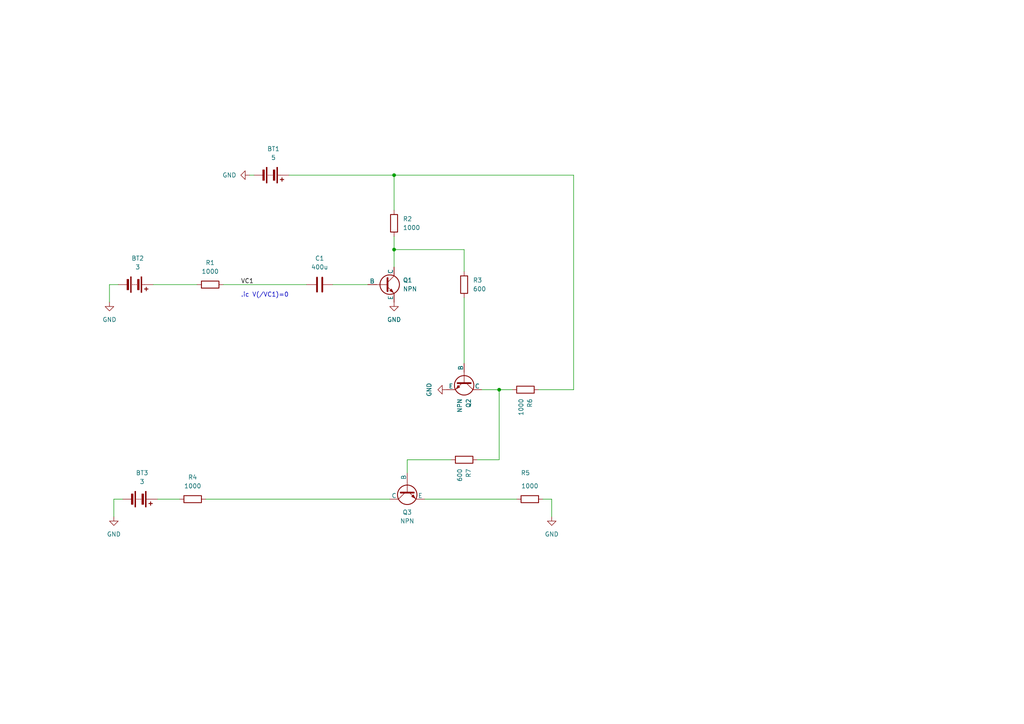
<source format=kicad_sch>
(kicad_sch (version 20230121) (generator eeschema)
  (paper "A4")
  (lib_symbols
    (symbol "Device:Battery" (pin_numbers hide) (pin_names (offset 0) hide)
      (property "Reference" "BT" (at 2.54 2.54 0))
      (property "Value" "Battery" (at 2.54 0 0))
      (symbol "Battery_0_1"
        (rectangle (start -2.286 -1.27) (end 2.286 -1.524) (fill (type outline)))
        (rectangle (start -2.286 1.778) (end 2.286 1.524) (fill (type outline)))
        (rectangle (start -1.524 -2.032) (end 1.524 -2.54) (fill (type outline)))
        (rectangle (start -1.524 1.016) (end 1.524 0.508) (fill (type outline)))
        (polyline (pts (xy 0 -1.016) (xy 0 -0.762)))
        (polyline (pts (xy 0 -0.508) (xy 0 -0.254)))
        (polyline (pts (xy 0 0) (xy 0 0.254)))
        (polyline (pts (xy 0 1.778) (xy 0 2.54)))
        (polyline (pts (xy 0.762 3.048) (xy 1.778 3.048)) (stroke (width 0.254)))
        (polyline (pts (xy 1.27 3.556) (xy 1.27 2.54)) (stroke (width 0.254)))
      )
      (symbol "Battery_1_1"
        (pin passive line (at 0 5.08 270) (length 2.54) (name "+") (number "1"))
        (pin passive line (at 0 -5.08 90) (length 2.54) (name "-") (number "2"))
      )
    )
    (symbol "Device:C" (pin_numbers hide) (pin_names (offset 0.254))
      (property "Reference" "C" (at 0.635 2.54 0))
      (property "Value" "C" (at 0.635 -2.54 0))
      (symbol "C_0_1"
        (polyline (pts (xy -2.032 -0.762) (xy 2.032 -0.762)) (stroke (width 0.508)))
        (polyline (pts (xy -2.032 0.762) (xy 2.032 0.762)) (stroke (width 0.508)))
      )
      (symbol "C_1_1"
        (pin passive line (at 0 3.81 270) (length 2.794) (name "~") (number "1"))
        (pin passive line (at 0 -3.81 90) (length 2.794) (name "~") (number "2"))
      )
    )
    (symbol "Device:R" (pin_numbers hide) (pin_names (offset 0))
      (property "Reference" "R" (at 2.032 0 90))
      (property "Value" "R" (at 0 0 90))
      (symbol "R_0_1"
        (rectangle (start -1.016 -2.54) (end 1.016 2.54) (stroke (width 0.254)))
      )
      (symbol "R_1_1"
        (pin passive line (at 0 3.81 270) (length 1.27) (name "~") (number "1"))
        (pin passive line (at 0 -3.81 90) (length 1.27) (name "~") (number "2"))
      )
    )
    (symbol "Simulation_SPICE:NPN" (pin_numbers hide) (pin_names (offset 0))
      (property "Reference" "Q" (at -2.54 7.62 0))
      (property "Value" "NPN" (at -2.54 5.08 0))
      (symbol "NPN_0_1"
        (polyline (pts (xy -2.54 0) (xy 0.635 0)) (stroke (width 0.1524)))
        (polyline (pts (xy 0.635 0.635) (xy 2.54 2.54)))
        (polyline (pts (xy 2.794 -1.27) (xy 2.794 -1.27)) (stroke (width 0.1524)))
        (polyline (pts (xy 2.794 -1.27) (xy 2.794 -1.27)) (stroke (width 0.1524)))
        (polyline (pts (xy 0.635 -0.635) (xy 2.54 -2.54) (xy 2.54 -2.54)))
        (polyline (pts (xy 0.635 1.905) (xy 0.635 -1.905) (xy 0.635 -1.905)) (stroke (width 0.508)))
        (polyline (pts (xy 1.27 -1.778) (xy 1.778 -1.27) (xy 2.286 -2.286) (xy 1.27 -1.778) (xy 1.27 -1.778)) (fill (type outline)))
        (circle (center 1.27 0) (radius 2.8194) (stroke (width 0.254)))
      )
      (symbol "NPN_1_1"
        (pin open_collector line (at 2.54 5.08 270) (length 2.54) (name "C") (number "1"))
        (pin input line (at -5.08 0 0) (length 2.54) (name "B") (number "2"))
        (pin open_emitter line (at 2.54 -5.08 90) (length 2.54) (name "E") (number "3"))
      )
    )
    (symbol "power:GND" (power) (pin_names (offset 0))
      (property "Value" "GND" (at 0 -3.81 0))
      (symbol "GND_0_1"
        (polyline (pts (xy 0 0) (xy 0 -1.27) (xy 1.27 -1.27) (xy 0 -2.54) (xy -1.27 -1.27) (xy 0 -1.27)))
      )
      (symbol "GND_1_1"
        (pin power_in line (at 0 0 270) (length 0) hide (name "GND") (number "1"))
      )
    )
  )
  (junction (at 114.3 50.8))
  (junction (at 144.78 113.03))
  (junction (at 114.3 72.39))
  (wire (pts (xy 134.62 86.36) (xy 134.62 105.41)))
  (wire (pts (xy 160.02 144.78) (xy 160.02 149.86)))
  (wire (pts (xy 144.78 133.35) (xy 138.43 133.35)))
  (wire (pts (xy 31.75 82.55) (xy 31.75 87.63)))
  (wire (pts (xy 96.52 82.55) (xy 106.68 82.55)))
  (wire (pts (xy 144.78 113.03) (xy 139.7 113.03)))
  (wire (pts (xy 64.77 82.55) (xy 88.9 82.55)))
  (wire (pts (xy 118.11 133.35) (xy 130.81 133.35)))
  (wire (pts (xy 59.69 144.78) (xy 113.03 144.78)))
  (wire (pts (xy 35.56 144.78) (xy 33.02 144.78)))
  (wire (pts (xy 144.78 113.03) (xy 144.78 133.35)))
  (wire (pts (xy 148.59 113.03) (xy 144.78 113.03)))
  (wire (pts (xy 33.02 144.78) (xy 33.02 149.86)))
  (wire (pts (xy 114.3 50.8) (xy 114.3 60.96)))
  (wire (pts (xy 44.45 82.55) (xy 57.15 82.55)))
  (wire (pts (xy 72.39 50.8) (xy 73.66 50.8)))
  (wire (pts (xy 34.29 82.55) (xy 31.75 82.55)))
  (wire (pts (xy 157.48 144.78) (xy 160.02 144.78)))
  (wire (pts (xy 166.37 50.8) (xy 166.37 113.03)))
  (wire (pts (xy 123.19 144.78) (xy 149.86 144.78)))
  (wire (pts (xy 83.82 50.8) (xy 114.3 50.8)))
  (wire (pts (xy 45.72 144.78) (xy 52.07 144.78)))
  (wire (pts (xy 166.37 50.8) (xy 114.3 50.8)))
  (wire (pts (xy 134.62 72.39) (xy 134.62 78.74)))
  (wire (pts (xy 118.11 133.35) (xy 118.11 137.16)))
  (wire (pts (xy 114.3 72.39) (xy 114.3 77.47)))
  (wire (pts (xy 114.3 68.58) (xy 114.3 72.39)))
  (wire (pts (xy 114.3 72.39) (xy 134.62 72.39)))
  (wire (pts (xy 166.37 113.03) (xy 156.21 113.03)))
  (text ".ic V(/VC1)=0" (at 69.85 86.36 0) (effects (font (size 1.27 1.27)) (justify left bottom)))
  (label "VC1" (at 69.85 82.55 0))
  (symbol (lib_id "power:GND") (at 160.02 149.86 0) (unit 1)
    (property "Reference" "#PWR06" (effects hide))
    (property "Value" "GND" (at 160.02 154.94 0))
  )
  (symbol (lib_id "power:GND") (at 114.3 87.63 0) (unit 1)
    (property "Reference" "#PWR01" (effects hide))
    (property "Value" "GND" (at 114.3 92.71 0))
  )
  (symbol (lib_id "Device:R") (at 60.96 82.55 90) (unit 1)
    (property "Reference" "R1" (at 60.96 76.2 90))
    (property "Value" "1000" (at 60.96 78.74 90))
  )
  (symbol (lib_id "Device:R") (at 55.88 144.78 90) (unit 1)
    (property "Reference" "R4" (at 55.88 138.43 90))
    (property "Value" "1000" (at 55.88 140.97 90))
  )
  (symbol (lib_id "Simulation_SPICE:NPN") (at 134.62 110.49 270) (unit 1)
    (property "Reference" "Q2" (at 135.89 115.57 0) (effects (justify left)))
    (property "Value" "NPN" (at 133.35 115.57 0) (effects (justify left)))
    (property "Sim.Device" "NPN" (effects hide))
    (property "Sim.Type" "GUMMELPOON" (effects hide))
    (property "Sim.Pins" "1=C 2=B 3=E" (effects hide))
  )
  (symbol (lib_id "Device:Battery") (at 78.74 50.8 270) (unit 1)
    (property "Reference" "BT1" (at 79.3115 43.18 90))
    (property "Value" "5" (at 79.3115 45.72 90))
    (property "Sim.Device" "V" (effects hide))
    (property "Sim.Type" "DC" (effects hide))
    (property "Sim.Pins" "1=+ 2=-" (effects hide))
    (property "Sim.Params" "dc=5" (effects hide))
  )
  (symbol (lib_id "Simulation_SPICE:NPN") (at 118.11 142.24 90) (mirror x) (unit 1)
    (property "Reference" "Q3" (at 118.11 148.59 90))
    (property "Value" "NPN" (at 118.11 151.13 90))
    (property "Sim.Device" "NPN" (effects hide))
    (property "Sim.Type" "GUMMELPOON" (effects hide))
    (property "Sim.Pins" "1=C 2=B 3=E" (effects hide))
  )
  (symbol (lib_id "Device:R") (at 153.67 144.78 90) (unit 1)
    (property "Reference" "R5" (at 152.4 137.16 90))
    (property "Value" "1000" (at 153.67 140.97 90))
  )
  (symbol (lib_id "Device:R") (at 114.3 64.77 180) (unit 1)
    (property "Reference" "R2" (at 116.84 63.5 0) (effects (justify right)))
    (property "Value" "1000" (at 116.84 66.04 0) (effects (justify right)))
  )
  (symbol (lib_id "power:GND") (at 33.02 149.86 0) (unit 1)
    (property "Reference" "#PWR05" (effects hide))
    (property "Value" "GND" (at 33.02 154.94 0))
  )
  (symbol (lib_id "Device:C") (at 92.71 82.55 90) (unit 1)
    (property "Reference" "C1" (at 92.71 74.93 90))
    (property "Value" "400u" (at 92.71 77.47 90))
  )
  (symbol (lib_id "power:GND") (at 72.39 50.8 270) (unit 1)
    (property "Reference" "#PWR03" (effects hide))
    (property "Value" "GND" (at 68.58 50.8 90) (effects (justify right)))
  )
  (symbol (lib_id "Device:Battery") (at 39.37 82.55 270) (unit 1)
    (property "Reference" "BT2" (at 39.9415 74.93 90))
    (property "Value" "3" (at 39.9415 77.47 90))
    (property "Sim.Device" "V" (effects hide))
    (property "Sim.Type" "DC" (effects hide))
    (property "Sim.Pins" "1=+ 2=-" (effects hide))
    (property "Sim.Params" "dc=3" (effects hide))
  )
  (symbol (lib_id "Device:R") (at 134.62 82.55 180) (unit 1)
    (property "Reference" "R3" (at 137.16 81.28 0) (effects (justify right)))
    (property "Value" "600" (at 137.16 83.82 0) (effects (justify right)))
  )
  (symbol (lib_id "Simulation_SPICE:NPN") (at 111.76 82.55 0) (unit 1)
    (property "Reference" "Q1" (at 116.84 81.28 0) (effects (justify left)))
    (property "Value" "NPN" (at 116.84 83.82 0) (effects (justify left)))
    (property "Sim.Device" "NPN" (effects hide))
    (property "Sim.Type" "GUMMELPOON" (effects hide))
    (property "Sim.Pins" "1=C 2=B 3=E" (effects hide))
  )
  (symbol (lib_id "power:GND") (at 129.54 113.03 270) (unit 1)
    (property "Reference" "#PWR07" (effects hide))
    (property "Value" "GND" (at 124.46 113.03 0))
  )
  (symbol (lib_id "Device:R") (at 134.62 133.35 90) (unit 1)
    (property "Reference" "R7" (at 135.89 135.89 0) (effects (justify right)))
    (property "Value" "600" (at 133.35 135.89 0) (effects (justify right)))
  )
  (symbol (lib_id "Device:Battery") (at 40.64 144.78 270) (unit 1)
    (property "Reference" "BT3" (at 41.2115 137.16 90))
    (property "Value" "3" (at 41.2115 139.7 90))
    (property "Sim.Device" "V" (effects hide))
    (property "Sim.Type" "DC" (effects hide))
    (property "Sim.Pins" "1=+ 2=-" (effects hide))
    (property "Sim.Params" "dc=3" (effects hide))
  )
  (symbol (lib_id "Device:R") (at 152.4 113.03 90) (unit 1)
    (property "Reference" "R6" (at 153.67 115.57 0) (effects (justify right)))
    (property "Value" "1000" (at 151.13 115.57 0) (effects (justify right)))
  )
  (symbol (lib_id "power:GND") (at 31.75 87.63 0) (unit 1)
    (property "Reference" "#PWR02" (effects hide))
    (property "Value" "GND" (at 31.75 92.71 0))
  )
)
</source>
